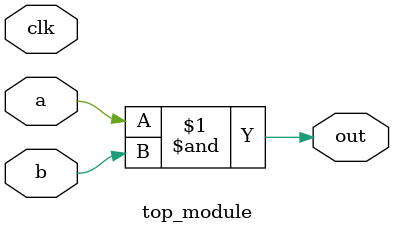
<source format=sv>
module top_module( 
    input a, 
    input b, 
    input clk,
    output out 
    );

    assign out = a & b;

endmodule

</source>
